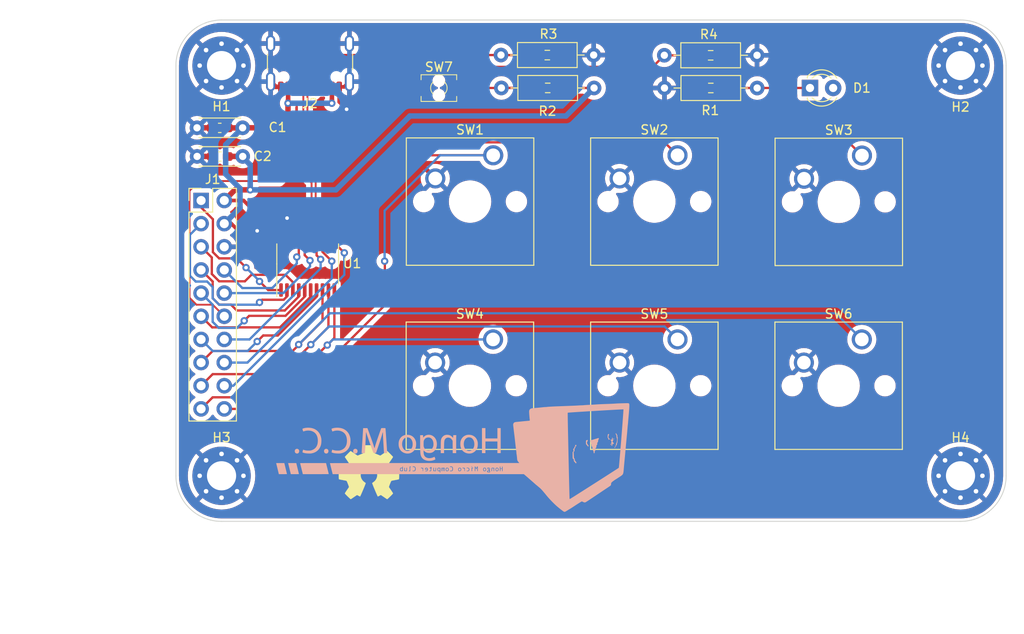
<source format=kicad_pcb>
(kicad_pcb (version 20221018) (generator pcbnew)
  (layers (0 "F.Cu" signal) (31 "B.Cu" signal) (34 "B.Paste" user) (35 "F.Paste" user) (36 "B.SilkS" user "B.Silkscreen") (37 "F.SilkS" user "F.Silkscreen") (38 "B.Mask" user) (39 "F.Mask" user) (44 "Edge.Cuts" user))
  (net 0 "")
  (net 1 "VCC")
  (net 2 "GND")
  (net 3 "/3V3")
  (net 4 "Net-(D1-K)")
  (net 5 "/P3.3")
  (net 6 "/P3.1")
  (net 7 "/P3.0")
  (net 8 "/P1.0")
  (net 9 "/P3.4")
  (net 10 "/P1.2")
  (net 11 "/P1.3")
  (net 12 "/D-")
  (net 13 "/D+")
  (net 14 "/P3.5")
  (net 15 "/P1.5")
  (net 16 "/P1.6")
  (net 17 "/P1.7")
  (net 18 "/P1.1")
  (net 19 "/P1.4")
  (net 20 "/P3.2")
  (net 21 "/reset")
  (net 22 "Net-(J2-CC1)")
  (net 24 "Net-(J2-CC2)")
  (net 26 "Net-(R2-Pad2)")
  (footprint "MountingHole:MountingHole_3.2mm_M3_Pad_Via" (layer "F.Cu") (at 44 81)
    (fp_text reference "H3" (at 0 -4.2) (layer "F.SilkS"))
    (fp_text value "MountingHole_Pad")
    (pad "1" thru_hole circle (at -2.4 0) (size 0.8 0.8) (drill 0.5) (layers "*.Cu" "*.Mask") (net 2 "GND"))
    (pad "1" thru_hole circle (at -1.697056 -1.697056) (size 0.8 0.8) (drill 0.5) (layers "*.Cu" "*.Mask") (net 2 "GND"))
    (pad "1" thru_hole circle (at -1.697056 1.697056) (size 0.8 0.8) (drill 0.5) (layers "*.Cu" "*.Mask") (net 2 "GND"))
    (pad "1" thru_hole circle (at 0 -2.4) (size 0.8 0.8) (drill 0.5) (layers "*.Cu" "*.Mask") (net 2 "GND"))
    (pad "1" thru_hole circle (at 0 0) (size 6.4 6.4) (drill 3.2) (layers "*.Cu" "*.Mask") (net 2 "GND"))
    (pad "1" thru_hole circle (at 0 2.4) (size 0.8 0.8) (drill 0.5) (layers "*.Cu" "*.Mask") (net 2 "GND"))
    (pad "1" thru_hole circle (at 1.697056 -1.697056) (size 0.8 0.8) (drill 0.5) (layers "*.Cu" "*.Mask") (net 2 "GND"))
    (pad "1" thru_hole circle (at 1.697056 1.697056) (size 0.8 0.8) (drill 0.5) (layers "*.Cu" "*.Mask") (net 2 "GND"))
    (pad "1" thru_hole circle (at 2.4 0) (size 0.8 0.8) (drill 0.5) (layers "*.Cu" "*.Mask") (net 2 "GND"))
  )
  (footprint "Symbol:OSHW-Symbol_6.7x6mm_SilkScreen" (layer "F.Cu") (at 60.1472 80.6196)
    (fp_text reference "REF**" hide)
    (fp_text value "OSHW-Symbol_6.7x6mm_SilkScreen" hide)
  )
  (footprint "Library:R_SMD_0603_1608_THT_DIN0207_DualUse" (layer "F.Cu") (at 102.708876 38.4617 180)
    (fp_text reference "R1" (at 5.131976 -2.4577 unlocked) (layer "F.SilkS"))
    (fp_text value "R")
    (pad "1" thru_hole circle (at 0 0 180) (size 1.6 1.6) (drill 0.8) (layers "*.Cu" "*.Mask") (net 4 "Net-(D1-K)"))
    (pad "1" smd roundrect (at 4.166776 0.0061 180) (size 0.975 0.95) (layers "F.Cu" "F.Paste" "F.Mask") (net 4 "Net-(D1-K)"))
    (pad "2" smd roundrect (at 5.991776 0.0061 180) (size 0.975 0.95) (layers "F.Cu" "F.Paste" "F.Mask") (net 2 "GND"))
    (pad "2" thru_hole oval (at 10.16 0 180) (size 1.6 1.6) (drill 0.8) (layers "*.Cu" "*.Mask") (net 2 "GND"))
  )
  (footprint "Connector_PinHeader_2.54mm:PinHeader_2x10_P2.54mm_Vertical" (layer "F.Cu") (at 41.7576 50.8)
    (fp_text reference "J1" (at 1.27 -2.33) (layer "F.SilkS"))
    (fp_text value "Conn_02x10_Odd_Even")
    (pad "1" thru_hole rect (at 0 0) (size 1.7 1.7) (drill 1) (layers "*.Cu" "*.Mask") (net 20 "/P3.2"))
    (pad "2" thru_hole oval (at 2.54 0) (size 1.7 1.7) (drill 1) (layers "*.Cu" "*.Mask") (net 3 "/3V3"))
    (pad "3" thru_hole oval (at 0 2.54) (size 1.7 1.7) (drill 1) (layers "*.Cu" "*.Mask") (net 19 "/P1.4"))
    (pad "4" thru_hole oval (at 2.54 2.54) (size 1.7 1.7) (drill 1) (layers "*.Cu" "*.Mask") (net 1 "VCC"))
    (pad "5" thru_hole oval (at 0 5.08) (size 1.7 1.7) (drill 1) (layers "*.Cu" "*.Mask") (net 15 "/P1.5"))
    (pad "6" thru_hole oval (at 2.54 5.08) (size 1.7 1.7) (drill 1) (layers "*.Cu" "*.Mask") (net 2 "GND"))
    (pad "7" thru_hole oval (at 0 7.62) (size 1.7 1.7) (drill 1) (layers "*.Cu" "*.Mask") (net 16 "/P1.6"))
    (pad "8" thru_hole oval (at 2.54 7.62) (size 1.7 1.7) (drill 1) (layers "*.Cu" "*.Mask") (net 10 "/P1.2"))
    (pad "9" thru_hole oval (at 0 10.16) (size 1.7 1.7) (drill 1) (layers "*.Cu" "*.Mask") (net 17 "/P1.7"))
    (pad "10" thru_hole oval (at 2.54 10.16) (size 1.7 1.7) (drill 1) (layers "*.Cu" "*.Mask") (net 11 "/P1.3"))
    (pad "11" thru_hole oval (at 0 12.7) (size 1.7 1.7) (drill 1) (layers "*.Cu" "*.Mask") (net 21 "/reset"))
    (pad "12" thru_hole oval (at 2.54 12.7) (size 1.7 1.7) (drill 1) (layers "*.Cu" "*.Mask") (net 12 "/D-"))
    (pad "13" thru_hole oval (at 0 15.24) (size 1.7 1.7) (drill 1) (layers "*.Cu" "*.Mask") (net 8 "/P1.0"))
    (pad "14" thru_hole oval (at 2.54 15.24) (size 1.7 1.7) (drill 1) (layers "*.Cu" "*.Mask") (net 13 "/D+"))
    (pad "15" thru_hole oval (at 0 17.78) (size 1.7 1.7) (drill 1) (layers "*.Cu" "*.Mask") (net 18 "/P1.1"))
    (pad "16" thru_hole oval (at 2.54 17.78) (size 1.7 1.7) (drill 1) (layers "*.Cu" "*.Mask") (net 14 "/P3.5"))
    (pad "17" thru_hole oval (at 0 20.32) (size 1.7 1.7) (drill 1) (layers "*.Cu" "*.Mask") (net 6 "/P3.1"))
    (pad "18" thru_hole oval (at 2.54 20.32) (size 1.7 1.7) (drill 1) (layers "*.Cu" "*.Mask") (net 9 "/P3.4"))
    (pad "19" thru_hole oval (at 0 22.86) (size 1.7 1.7) (drill 1) (layers "*.Cu" "*.Mask") (net 7 "/P3.0"))
    (pad "20" thru_hole oval (at 2.54 22.86) (size 1.7 1.7) (drill 1) (layers "*.Cu" "*.Mask") (net 5 "/P3.3"))
  )
  (footprint "MountingHole:MountingHole_3.2mm_M3_Pad_Via" (layer "F.Cu") (at 44 36)
    (fp_text reference "H1" (at -0.0072 4.4876) (layer "F.SilkS"))
    (fp_text value "MountingHole_Pad")
    (pad "1" thru_hole circle (at -2.4 0) (size 0.8 0.8) (drill 0.5) (layers "*.Cu" "*.Mask") (net 2 "GND"))
    (pad "1" thru_hole circle (at -1.697056 -1.697056) (size 0.8 0.8) (drill 0.5) (layers "*.Cu" "*.Mask") (net 2 "GND"))
    (pad "1" thru_hole circle (at -1.697056 1.697056) (size 0.8 0.8) (drill 0.5) (layers "*.Cu" "*.Mask") (net 2 "GND"))
    (pad "1" thru_hole circle (at 0 -2.4) (size 0.8 0.8) (drill 0.5) (layers "*.Cu" "*.Mask") (net 2 "GND"))
    (pad "1" thru_hole circle (at 0 0) (size 6.4 6.4) (drill 3.2) (layers "*.Cu" "*.Mask") (net 2 "GND"))
    (pad "1" thru_hole circle (at 0 2.4) (size 0.8 0.8) (drill 0.5) (layers "*.Cu" "*.Mask") (net 2 "GND"))
    (pad "1" thru_hole circle (at 1.697056 -1.697056) (size 0.8 0.8) (drill 0.5) (layers "*.Cu" "*.Mask") (net 2 "GND"))
    (pad "1" thru_hole circle (at 1.697056 1.697056) (size 0.8 0.8) (drill 0.5) (layers "*.Cu" "*.Mask") (net 2 "GND"))
    (pad "1" thru_hole circle (at 2.4 0) (size 0.8 0.8) (drill 0.5) (layers "*.Cu" "*.Mask") (net 2 "GND"))
  )
  (footprint "Button_Switch_Keyboard:SW_Cherry_MX_1.00u_PCB" (layer "F.Cu") (at 114.18 66.04)
    (fp_text reference "SW6" (at -2.54 -2.794) (layer "F.SilkS"))
    (fp_text value "SW_Push")
    (pad "" np_thru_hole circle (at -7.62 5.08) (size 1.7 1.7) (drill 1.7) (layers "*.Cu" "*.Mask"))
    (pad "" np_thru_hole circle (at -2.54 5.08) (size 4 4) (drill 4) (layers "*.Cu" "*.Mask"))
    (pad "" np_thru_hole circle (at 2.54 5.08) (size 1.7 1.7) (drill 1.7) (layers "*.Cu" "*.Mask"))
    (pad "1" thru_hole circle (at 0 0) (size 2.2 2.2) (drill 1.5) (layers "*.Cu" "*.Mask") (net 18 "/P1.1"))
    (pad "2" thru_hole circle (at -6.35 2.54) (size 2.2 2.2) (drill 1.5) (layers "*.Cu" "*.Mask") (net 2 "GND"))
  )
  (footprint "Package_SO:TSSOP-20_4.4x6.5mm_P0.65mm" (layer "F.Cu") (at 53.4416 57.7596 90)
    (fp_text reference "U1" (at 0.0508 4.8768 180) (layer "F.SilkS"))
    (fp_text value "CH552T")
    (pad "1" smd roundrect (at -2.8625 -2.925 90) (size 1.475 0.4) (layers "F.Cu" "F.Paste" "F.Mask") (net 20 "/P3.2"))
    (pad "2" smd roundrect (at -2.8625 -2.275 90) (size 1.475 0.4) (layers "F.Cu" "F.Paste" "F.Mask") (net 19 "/P1.4"))
    (pad "3" smd roundrect (at -2.8625 -1.625 90) (size 1.475 0.4) (layers "F.Cu" "F.Paste" "F.Mask") (net 15 "/P1.5"))
    (pad "4" smd roundrect (at -2.8625 -0.975 90) (size 1.475 0.4) (layers "F.Cu" "F.Paste" "F.Mask") (net 16 "/P1.6"))
    (pad "5" smd roundrect (at -2.8625 -0.325 90) (size 1.475 0.4) (layers "F.Cu" "F.Paste" "F.Mask") (net 17 "/P1.7"))
    (pad "6" smd roundrect (at -2.8625 0.325 90) (size 1.475 0.4) (layers "F.Cu" "F.Paste" "F.Mask") (net 21 "/reset"))
    (pad "7" smd roundrect (at -2.8625 0.975 90) (size 1.475 0.4) (layers "F.Cu" "F.Paste" "F.Mask") (net 8 "/P1.0"))
    (pad "8" smd roundrect (at -2.8625 1.625 90) (size 1.475 0.4) (layers "F.Cu" "F.Paste" "F.Mask") (net 18 "/P1.1"))
    (pad "9" smd roundrect (at -2.8625 2.275 90) (size 1.475 0.4) (layers "F.Cu" "F.Paste" "F.Mask") (net 6 "/P3.1"))
    (pad "10" smd roundrect (at -2.8625 2.925 90) (size 1.475 0.4) (layers "F.Cu" "F.Paste" "F.Mask") (net 7 "/P3.0"))
    (pad "11" smd roundrect (at 2.8625 2.925 90) (size 1.475 0.4) (layers "F.Cu" "F.Paste" "F.Mask") (net 5 "/P3.3"))
    (pad "12" smd roundrect (at 2.8625 2.275 90) (size 1.475 0.4) (layers "F.Cu" "F.Paste" "F.Mask") (net 9 "/P3.4"))
    (pad "13" smd roundrect (at 2.8625 1.625 90) (size 1.475 0.4) (layers "F.Cu" "F.Paste" "F.Mask") (net 14 "/P3.5"))
    (pad "14" smd roundrect (at 2.8625 0.975 90) (size 1.475 0.4) (layers "F.Cu" "F.Paste" "F.Mask") (net 13 "/D+"))
    (pad "15" smd roundrect (at 2.8625 0.325 90) (size 1.475 0.4) (layers "F.Cu" "F.Paste" "F.Mask") (net 12 "/D-"))
    (pad "16" smd roundrect (at 2.8625 -0.325 90) (size 1.475 0.4) (layers "F.Cu" "F.Paste" "F.Mask") (net 11 "/P1.3"))
    (pad "17" smd roundrect (at 2.8625 -0.975 90) (size 1.475 0.4) (layers "F.Cu" "F.Paste" "F.Mask") (net 10 "/P1.2"))
    (pad "18" smd roundrect (at 2.8625 -1.625 90) (size 1.475 0.4) (layers "F.Cu" "F.Paste" "F.Mask") (net 2 "GND"))
    (pad "19" smd roundrect (at 2.8625 -2.275 90) (size 1.475 0.4) (layers "F.Cu" "F.Paste" "F.Mask") (net 1 "VCC"))
    (pad "20" smd roundrect (at 2.8625 -2.925 90) (size 1.475 0.4) (layers "F.Cu" "F.Paste" "F.Mask") (net 3 "/3V3"))
  )
  (footprint "Library:R_SMD_0603_1608_THT_DIN0207_DualUse" (layer "F.Cu") (at 74.627824 34.8427)
    (fp_text reference "R3" (at 5.208176 -2.3053 unlocked) (layer "F.SilkS"))
    (fp_text value "R")
    (pad "1" thru_hole circle (at 0 0) (size 1.6 1.6) (drill 0.8) (layers "*.Cu" "*.Mask") (net 24 "Net-(J2-CC2)"))
    (pad "1" smd roundrect (at 4.166776 0.0061) (size 0.975 0.95) (layers "F.Cu" "F.Paste" "F.Mask") (net 24 "Net-(J2-CC2)"))
    (pad "2" smd roundrect (at 5.991776 0.0061) (size 0.975 0.95) (layers "F.Cu" "F.Paste" "F.Mask") (net 2 "GND"))
    (pad "2" thru_hole oval (at 10.16 0) (size 1.6 1.6) (drill 0.8) (layers "*.Cu" "*.Mask") (net 2 "GND"))
  )
  (footprint "Library:R_SMD_0603_1608_THT_DIN0207_DualUse" (layer "F.Cu") (at 84.831076 38.4556 180)
    (fp_text reference "R2" (at 5.100476 -2.54 unlocked) (layer "F.SilkS"))
    (fp_text value "R")
    (pad "1" thru_hole circle (at 0 0 180) (size 1.6 1.6) (drill 0.8) (layers "*.Cu" "*.Mask") (net 3 "/3V3"))
    (pad "1" smd roundrect (at 4.166776 0.0061 180) (size 0.975 0.95) (layers "F.Cu" "F.Paste" "F.Mask") (net 3 "/3V3"))
    (pad "2" smd roundrect (at 5.991776 0.0061 180) (size 0.975 0.95) (layers "F.Cu" "F.Paste" "F.Mask") (net 26 "Net-(R2-Pad2)"))
    (pad "2" thru_hole oval (at 10.16 0 180) (size 1.6 1.6) (drill 0.8) (layers "*.Cu" "*.Mask") (net 26 "Net-(R2-Pad2)"))
  )
  (footprint "Button_Switch_Keyboard:SW_Cherry_MX_1.00u_PCB" (layer "F.Cu") (at 73.7616 66.04)
    (fp_text reference "SW4" (at -2.54 -2.794) (layer "F.SilkS"))
    (fp_text value "SW_Push")
    (pad "" np_thru_hole circle (at -7.62 5.08) (size 1.7 1.7) (drill 1.7) (layers "*.Cu" "*.Mask"))
    (pad "" np_thru_hole circle (at -2.54 5.08) (size 4 4) (drill 4) (layers "*.Cu" "*.Mask"))
    (pad "" np_thru_hole circle (at 2.54 5.08) (size 1.7 1.7) (drill 1.7) (layers "*.Cu" "*.Mask"))
    (pad "1" thru_hole circle (at 0 0) (size 2.2 2.2) (drill 1.5) (layers "*.Cu" "*.Mask") (net 7 "/P3.0"))
    (pad "2" thru_hole circle (at -6.35 2.54) (size 2.2 2.2) (drill 1.5) (layers "*.Cu" "*.Mask") (net 2 "GND"))
  )
  (footprint "Button_Switch_Keyboard:SW_Cherry_MX_1.00u_PCB" (layer "F.Cu") (at 93.98 45.84)
    (fp_text reference "SW2" (at -2.54 -2.794) (layer "F.SilkS"))
    (fp_text value "SW_Push")
    (pad "" np_thru_hole circle (at -7.62 5.08) (size 1.7 1.7) (drill 1.7) (layers "*.Cu" "*.Mask"))
    (pad "" np_thru_hole circle (at -2.54 5.08) (size 4 4) (drill 4) (layers "*.Cu" "*.Mask"))
    (pad "" np_thru_hole circle (at 2.54 5.08) (size 1.7 1.7) (drill 1.7) (layers "*.Cu" "*.Mask"))
    (pad "1" thru_hole circle (at 0 0) (size 2.2 2.2) (drill 1.5) (layers "*.Cu" "*.Mask") (net 9 "/P3.4"))
    (pad "2" thru_hole circle (at -6.35 2.54) (size 2.2 2.2) (drill 1.5) (layers "*.Cu" "*.Mask") (net 2 "GND"))
  )
  (footprint "Connector_USB:USB_C_Receptacle_GCT_USB4105-xx-A_16P_TopMnt_Horizontal" (layer "F.Cu") (at 53.6976 34.6538 180)
    (fp_text reference "J2" (at 0 -5.5 unlocked) (layer "F.SilkS"))
    (fp_text value "USB_C_Receptacle_USB2.0")
    (pad "" np_thru_hole circle (at -2.89 -2.605 180) (size 0.65 0.65) (drill 0.65) (layers "F&B.Cu" "*.Mask"))
    (pad "" np_thru_hole circle (at 2.89 -2.605 180) (size 0.65 0.65) (drill 0.65) (layers "F&B.Cu" "*.Mask"))
    (pad "A1" smd roundrect (at -3.2 -3.68 180) (size 0.6 1.15) (layers "F.Cu" "F.Paste" "F.Mask") (net 2 "GND"))
    (pad "A4" smd roundrect (at -2.4 -3.68 180) (size 0.6 1.15) (layers "F.Cu" "F.Paste" "F.Mask") (net 1 "VCC"))
    (pad "A5" smd roundrect (at -1.25 -3.68 180) (size 0.3 1.15) (layers "F.Cu" "F.Paste" "F.Mask") (net 22 "Net-(J2-CC1)"))
    (pad "A6" smd roundrect (at -0.25 -3.68 180) (size 0.3 1.15) (layers "F.Cu" "F.Paste" "F.Mask") (net 12 "/D-"))
    (pad "A7" smd roundrect (at 0.25 -3.68 180) (size 0.3 1.15) (layers "F.Cu" "F.Paste" "F.Mask") (net 13 "/D+"))
    (pad "A8" smd roundrect (at 1.25 -3.68 180) (size 0.3 1.15) (layers "F.Cu" "F.Paste" "F.Mask"))
    (pad "A9" smd roundrect (at 2.4 -3.68 180) (size 0.6 1.15) (layers "F.Cu" "F.Paste" "F.Mask") (net 1 "VCC"))
    (pad "A12" smd roundrect (at 3.2 -3.68 180) (size 0.6 1.15) (layers "F.Cu" "F.Paste" "F.Mask") (net 2 "GND"))
    (pad "B5" smd roundrect (at 1.75 -3.68 180) (size 0.3 1.15) (layers "F.Cu" "F.Paste" "F.Mask") (net 24 "Net-(J2-CC2)"))
    (pad "B6" smd roundrect (at 0.75 -3.68 180) (size 0.3 1.15) (layers "F.Cu" "F.Paste" "F.Mask") (net 12 "/D-"))
    (pad "B7" smd roundrect (at -0.75 -3.68 180) (size 0.3 1.15) (layers "F.Cu" "F.Paste" "F.Mask") (net 13 "/D+"))
    (pad "B8" smd roundrect (at -1.75 -3.68 180) (size 0.3 1.15) (layers "F.Cu" "F.Paste" "F.Mask"))
    (pad "S1" thru_hole oval (at -4.32 -3.105 180) (size 1 2.1) (drill oval 0.6 1.7) (layers "*.Cu" "*.Mask" "F.Paste") (net 2 "GND"))
    (pad "S1" thru_hole oval (at -4.32 1.075 180) (size 1 1.8) (drill oval 0.6 1.4) (layers "*.Cu" "*.Mask" "F.Paste") (net 2 "GND"))
    (pad "S1" thru_hole oval (at 4.32 -3.105 180) (size 1 2.1) (drill oval 0.6 1.7) (layers "*.Cu" "*.Mask" "F.Paste") (net 2 "GND"))
    (pad "S1" thru_hole oval (at 4.32 1.075 180) (size 1 1.8) (drill oval 0.6 1.4) (layers "*.Cu" "*.Mask" "F.Paste") (net 2 "GND"))
  )
  (footprint "Library:C_SMD_0603_1608_Disc_DualUse" (layer "F.Cu") (at 43.809053 42.8244 180)
    (fp_text reference "C1" (at -6.330547 0.0508 unlocked) (layer "F.SilkS"))
    (fp_text value "C")
    (pad "1" thru_hole circle (at -2.5 0 180) (size 1.6 1.6) (drill 0.8) (layers "*.Cu" "*.Mask") (net 1 "VCC"))
    (pad "1" smd roundrect (at -0.857653 -0.01 180) (size 1.075 0.95) (layers "F.Cu" "F.Paste" "F.Mask") (net 1 "VCC"))
    (pad "2" smd roundrect (at 0.867347 -0.01 180) (size 1.075 0.95) (layers "F.Cu" "F.Paste" "F.Mask") (net 2 "GND"))
    (pad "2" thru_hole circle (at 2.5 0 180) (size 1.6 1.6) (drill 0.8) (layers "*.Cu" "*.Mask") (net 2 "GND"))
  )
  (footprint "Library:R_SMD_0603_1608_THT_DIN0207_DualUse" (layer "F.Cu") (at 92.534824 34.8681)
    (fp_text reference "R4" (at 4.874176 -2.286 unlocked) (layer "F.SilkS"))
    (fp_text value "R")
    (pad "1" thru_hole circle (at 0 0) (size 1.6 1.6) (drill 0.8) (layers "*.Cu" "*.Mask") (net 22 "Net-(J2-CC1)"))
    (pad "1" smd roundrect (at 4.166776 0.0061) (size 0.975 0.95) (layers "F.Cu" "F.Paste" "F.Mask") (net 22 "Net-(J2-CC1)"))
    (pad "2" smd roundrect (at 5.991776 0.0061) (size 0.975 0.95) (layers "F.Cu" "F.Paste" "F.Mask") (net 2 "GND"))
    (pad "2" thru_hole oval (at 10.16 0) (size 1.6 1.6) (drill 0.8) (layers "*.Cu" "*.Mask") (net 2 "GND"))
  )
  (footprint "MountingHole:MountingHole_3.2mm_M3_Pad_Via" (layer "F.Cu") (at 125 36)
    (fp_text reference "H2" (at 0 4.5384) (layer "F.SilkS"))
    (fp_text value "MountingHole_Pad")
    (pad "1" thru_hole circle (at -2.4 0) (size 0.8 0.8) (drill 0.5) (layers "*.Cu" "*.Mask") (net 2 "GND"))
    (pad "1" thru_hole circle (at -1.697056 -1.697056) (size 0.8 0.8) (drill 0.5) (layers "*.Cu" "*.Mask") (net 2 "GND"))
    (pad "1" thru_hole circle (at -1.697056 1.697056) (size 0.8 0.8) (drill 0.5) (layers "*.Cu" "*.Mask") (net 2 "GND"))
    (pad "1" thru_hole circle (at 0 -2.4) (size 0.8 0.8) (drill 0.5) (layers "*.Cu" "*.Mask") (net 2 "GND"))
    (pad "1" thru_hole circle (at 0 0) (size 6.4 6.4) (drill 3.2) (layers "*.Cu" "*.Mask") (net 2 "GND"))
    (pad "1" thru_hole circle (at 0 2.4) (size 0.8 0.8) (drill 0.5) (layers "*.Cu" "*.Mask") (net 2 "GND"))
    (pad "1" thru_hole circle (at 1.697056 -1.697056) (size 0.8 0.8) (drill 0.5) (layers "*.Cu" "*.Mask") (net 2 "GND"))
    (pad "1" thru_hole circle (at 1.697056 1.697056) (size 0.8 0.8) (drill 0.5) (layers "*.Cu" "*.Mask") (net 2 "GND"))
    (pad "1" thru_hole circle (at 2.4 0) (size 0.8 0.8) (drill 0.5) (layers "*.Cu" "*.Mask") (net 2 "GND"))
  )
  (footprint "Button_Switch_Keyboard:SW_Cherry_MX_1.00u_PCB" (layer "F.Cu") (at 114.1984 45.8724)
    (fp_text reference "SW3" (at -2.54 -2.794) (layer "F.SilkS"))
    (fp_text value "SW_Push")
    (pad "" np_thru_hole circle (at -7.62 5.08) (size 1.7 1.7) (drill 1.7) (layers "*.Cu" "*.Mask"))
    (pad "" np_thru_hole circle (at -2.54 5.08) (size 4 4) (drill 4) (layers "*.Cu" "*.Mask"))
    (pad "" np_thru_hole circle (at 2.54 5.08) (size 1.7 1.7) (drill 1.7) (layers "*.Cu" "*.Mask"))
    (pad "1" thru_hole circle (at 0 0) (size 2.2 2.2) (drill 1.5) (layers "*.Cu" "*.Mask") (net 14 "/P3.5"))
    (pad "2" thru_hole circle (at -6.35 2.54) (size 2.2 2.2) (drill 1.5) (layers "*.Cu" "*.Mask") (net 2 "GND"))
  )
  (footprint "Button_Switch_Keyboard:SW_Cherry_MX_1.00u_PCB" (layer "F.Cu") (at 93.98 66.04)
    (fp_text reference "SW5" (at -2.54 -2.794) (layer "F.SilkS"))
    (fp_text value "SW_Push")
    (pad "" np_thru_hole circle (at -7.62 5.08) (size 1.7 1.7) (drill 1.7) (layers "*.Cu" "*.Mask"))
    (pad "" np_thru_hole circle (at -2.54 5.08) (size 4 4) (drill 4) (layers "*.Cu" "*.Mask"))
    (pad "" np_thru_hole circle (at 2.54 5.08) (size 1.7 1.7) (drill 1.7) (layers "*.Cu" "*.Mask"))
    (pad "1" thru_hole circle (at 0 0) (size 2.2 2.2) (drill 1.5) (layers "*.Cu" "*.Mask") (net 6 "/P3.1"))
    (pad "2" thru_hole circle (at -6.35 2.54) (size 2.2 2.2) (drill 1.5) (layers "*.Cu" "*.Mask") (net 2 "GND"))
  )
  (footprint "MountingHole:MountingHole_3.2mm_M3_Pad_Via" (layer "F.Cu") (at 125 81)
    (fp_text reference "H4" (at 0 -4.2) (layer "F.SilkS"))
    (fp_text value "MountingHole_Pad")
    (pad "1" thru_hole circle (at -2.4 0) (size 0.8 0.8) (drill 0.5) (layers "*.Cu" "*.Mask") (net 2 "GND"))
    (pad "1" thru_hole circle (at -1.697056 -1.697056) (size 0.8 0.8) (drill 0.5) (layers "*.Cu" "*.Mask") (net 2 "GND"))
    (pad "1" thru_hole circle (at -1.697056 1.697056) (size 0.8 0.8) (drill 0.5) (layers "*.Cu" "*.Mask") (net 2 "GND"))
    (pad "1" thru_hole circle (at 0 -2.4) (size 0.8 0.8) (drill 0.5) (layers "*.Cu" "*.Mask") (net 2 "GND"))
    (pad "1" thru_hole circle (at 0 0) (size 6.4 6.4) (drill 3.2) (layers "*.Cu" "*.Mask") (net 2 "GND"))
    (pad "1" thru_hole circle (at 0 2.4) (size 0.8 0.8) (drill 0.5) (layers "*.Cu" "*.Mask") (net 2 "GND"))
    (pad "1" thru_hole circle (at 1.697056 -1.697056) (size 0.8 0.8) (drill 0.5) (layers "*.Cu" "*.Mask") (net 2 "GND"))
    (pad "1" thru_hole circle (at 1.697056 1.697056) (size 0.8 0.8) (drill 0.5) (layers "*.Cu" "*.Mask") (net 2 "GND"))
    (pad "1" thru_hole circle (at 2.4 0) (size 0.8 0.8) (drill 0.5) (layers "*.Cu" "*.Mask") (net 2 "GND"))
  )
  (footprint "Library:C_SMD_0603_1608_Disc_DualUse" (layer "F.Cu") (at 43.820947 45.964 180)
    (fp_text reference "C2" (at -4.693053 0.0154 unlocked) (layer "F.SilkS"))
    (fp_text value "C")
    (pad "1" thru_hole circle (at -2.5 0 180) (size 1.6 1.6) (drill 0.8) (layers "*.Cu" "*.Mask") (net 3 "/3V3"))
    (pad "1" smd roundrect (at -0.857653 -0.01 180) (size 1.075 0.95) (layers "F.Cu" "F.Paste" "F.Mask") (net 3 "/3V3"))
    (pad "2" smd roundrect (at 0.867347 -0.01 180) (size 1.075 0.95) (layers "F.Cu" "F.Paste" "F.Mask") (net 2 "GND"))
    (pad "2" thru_hole circle (at 2.5 0 180) (size 1.6 1.6) (drill 0.8) (layers "*.Cu" "*.Mask") (net 2 "GND"))
  )
  (footprint "Button_Switch_Keyboard:SW_Cherry_MX_1.00u_PCB" (layer "F.Cu") (at 73.78 45.84)
    (fp_text reference "SW1" (at -2.54 -2.794) (layer "F.SilkS"))
    (fp_text value "SW_Push")
    (pad "" np_thru_hole circle (at -7.62 5.08) (size 1.7 1.7) (drill 1.7) (layers "*.Cu" "*.Mask"))
    (pad "" np_thru_hole circle (at -2.54 5.08) (size 4 4) (drill 4) (layers "*.Cu" "*.Mask"))
    (pad "" np_thru_hole circle (at 2.54 5.08) (size 1.7 1.7) (drill 1.7) (layers "*.Cu" "*.Mask"))
    (pad "1" thru_hole circle (at 0 0) (size 2.2 2.2) (drill 1.5) (layers "*.Cu" "*.Mask") (net 5 "/P3.3"))
    (pad "2" thru_hole circle (at -6.35 2.54) (size 2.2 2.2) (drill 1.5) (layers "*.Cu" "*.Mask") (net 2 "GND"))
  )
  (footprint "Library:SW_SPST_TVAF06_A020B_R" (layer "F.Cu") (at 67.822876 38.4556)
    (fp_text reference "SW7" (at 0 -2.3 unlocked) (layer "F.SilkS"))
    (fp_text value "SW_Push")
    (pad "" np_thru_hole circle (at 0 -0.8 90) (size 0.75 0.75) (drill 0.75) (layers "F&B.Cu" "*.Mask"))
    (pad "" np_thru_hole circle (at 0 0.8 90) (size 0.75 0.75) (drill 0.75) (layers "F&B.Cu" "*.Mask"))
    (pad "1" smd rect (at -2.2 0 90) (size 1.6 1.05) (layers "F.Cu" "F.Paste" "F.Mask") (net 13 "/D+"))
    (pad "2" smd rect (at 2.2 0 270) (size 1.6 1.05) (layers "F.Cu" "F.Paste" "F.Mask") (net 26 "Net-(R2-Pad2)"))
  )
  (footprint "LED_THT:LED_D3.0mm" (layer "F.Cu") (at 108.498876 38.4556)
    (fp_text reference "D1" (at 5.6896 0) (layer "F.SilkS"))
    (fp_text value "LED")
    (pad "1" thru_hole rect (at 0 0) (size 1.8 1.8) (drill 0.9) (layers "*.Cu" "*.Mask") (net 4 "Net-(D1-K)"))
    (pad "2" thru_hole circle (at 2.54 0) (size 1.8 1.8) (drill 0.9) (layers "*.Cu" "*.Mask"))
  )
  (footprint "Library:mcc_logo_full" (layer "B.Cu") (at 69.053902 79.223779 180)
    (fp_text reference "G***" hide)
    (fp_text value "LOGO" hide)
  )
  (gr_arc (start 125 31) (mid 128.535534 32.464466) (end 130 36) (stroke (width 0.1)) (layer "Edge.Cuts"))
  (gr_line (start 130 81) (end 130 36) (stroke (width 0.1)) (layer "Edge.Cuts"))
  (gr_line (start 125 31) (end 44 31) (stroke (width 0.1)) (layer "Edge.Cuts"))
  (gr_arc (start 130 81) (mid 128.535534 84.535534) (end 125 86) (stroke (width 0.1)) (layer "Edge.Cuts"))
  (gr_arc (start 39 36) (mid 40.464466 32.464466) (end 44 31) (stroke (width 0.1)) (layer "Edge.Cuts"))
  (gr_line (start 44 86) (end 125 86) (stroke (width 0.1)) (layer "Edge.Cuts"))
  (gr_arc (start 44 86) (mid 40.464466 84.535534) (end 39 81) (stroke (width 0.1)) (layer "Edge.Cuts"))
  (gr_line (start 39 36) (end 39 81) (stroke (width 0.1)) (layer "Edge.Cuts"))
  (segment (start 51.1666 55.691708) (end 50.823708 56.0346) (width 0.4) (layer "F.Cu") (net 1))
  (segment (start 46.299053 42.8344) (end 46.309053 42.8244) (width 0.6) (layer "F.Cu") (net 1))
  (segment (start 51.1666 54.8971) (end 51.1666 55.691708) (width 0.4) (layer "F.Cu") (net 1))
  (segment (start 47.766762 56.0346) (end 45.072162 53.34) (width 0.4) (layer "F.Cu") (net 1))
  (segment (start 44.666706 42.8344) (end 46.299053 42.8344) (width 0.6) (layer "F.Cu") (net 1))
  (segment (start 46.309053 42.8244) (end 49.9364 42.8244) (width 0.6) (layer "F.Cu") (net 1))
  (segment (start 56.0976 38.3338) (end 56.0976 39.762) (width 0.5) (layer "F.Cu") (net 1))
  (segment (start 50.823708 56.0346) (end 47.766762 56.0346) (width 0.4) (layer "F.Cu") (net 1))
  (segment (start 51.2976 39.7614) (end 51.2826 39.7764) (width 0.5) (layer "F.Cu") (net 1))
  (segment (start 49.9364 42.8244) (end 51.2826 41.4782) (width 0.6) (layer "F.Cu") (net 1))
  (segment (start 51.2976 38.3338) (end 51.2976 39.7614) (width 0.5) (layer "F.Cu") (net 1))
  (segment (start 45.072162 53.34) (end 44.2976 53.34) (width 0.4) (layer "F.Cu") (net 1))
  (segment (start 56.0976 39.762) (end 56.0832 39.7764) (width 0.5) (layer "F.Cu") (net 1))
  (segment (start 51.2826 41.4782) (end 51.2826 40.132) (width 0.6) (layer "F.Cu") (net 1))
  (via (at 56.0832 40.132) (size 0.8) (drill 0.4) (layers "F.Cu" "B.Cu") (net 1))
  (via (at 51.2826 40.132) (size 0.8) (drill 0.4) (layers "F.Cu" "B.Cu") (net 1))
  (segment (start 44.2976 53.34) (end 46.0248 51.6128) (width 0.6) (layer "B.Cu") (net 1))
  (segment (start 44.45 44.683453) (end 46.309053 42.8244) (width 0.6) (layer "B.Cu") (net 1))
  (segment (start 51.2826 40.132) (end 56.0832 40.132) (width 0.6) (layer "B.Cu") (net 1))
  (segment (start 46.0248 51.6128) (end 46.0248 49.4792) (width 0.6) (layer "B.Cu") (net 1))
  (segment (start 46.0248 49.4792) (end 44.45 47.9044) (width 0.6) (layer "B.Cu") (net 1))
  (segment (start 44.45 47.9044) (end 44.45 44.683453) (width 0.6) (layer "B.Cu") (net 1))
  (segment (start 50.4976 38.3338) (end 49.9526 38.3338) (width 0.5) (layer "F.Cu") (net 2))
  (segment (start 50.429836 57.277) (end 51.8166 55.890236) (width 0.4) (layer "F.Cu") (net 2))
  (segment (start 42.9436 45.964) (end 42.9536 45.974) (width 0.6) (layer "F.Cu") (net 2))
  (segment (start 56.8976 38.3338) (end 57.4426 38.3338) (width 0.4) (layer "F.Cu") (net 2))
  (segment (start 49.9526 38.3338) (end 49.3776 37.7588) (width 0.5) (layer "F.Cu") (net 2))
  (segment (start 42.921947 42.8244) (end 42.931947 42.8144) (width 0.6) (layer "F.Cu") (net 2))
  (segment (start 41.2896 42.8244) (end 42.921947 42.8244) (width 0.6) (layer "F.Cu") (net 2))
  (segment (start 41.320947 45.964) (end 42.9436 45.964) (width 0.6) (layer "F.Cu") (net 2))
  (segment (start 51.8166 55.890236) (end 51.8166 54.8971) (width 0.4) (layer "F.Cu") (net 2))
  (segment (start 51.181 52.7304) (end 51.4604 52.7304) (width 0.4) (layer "F.Cu") (net 2))
  (segment (start 56.8976 39.9812) (end 57.7088 40.7924) (width 0.4) (layer "F.Cu") (net 2))
  (segment (start 51.4604 52.7304) (end 51.8166 53.0866) (width 0.4) (layer "F.Cu") (net 2))
  (segment (start 51.8166 53.0866) (end 51.8166 54.8971) (width 0.4) (layer "F.Cu") (net 2))
  (segment (start 57.4426 38.3338) (end 58.0176 37.7588) (width 0.4) (layer "F.Cu") (net 2))
  (segment (start 56.8976 38.3338) (end 56.8976 39.9812) (width 0.4) (layer "F.Cu") (net 2))
  (via (at 47.9044 54.1274) (size 0.8) (drill 0.4) (layers "F.Cu" "B.Cu") (net 2))
  (via (at 51.181 52.7304) (size 0.8) (drill 0.4) (layers "F.Cu" "B.Cu") (net 2))
  (via (at 57.7088 40.7924) (size 0.8) (drill 0.4) (layers "F.Cu" "B.Cu") (net 2))
  (segment (start 50.5166 54.8971) (end 46.4195 50.8) (width 0.4) (layer "F.Cu") (net 3))
  (segment (start 44.6886 45.964) (end 44.6786 45.974) (width 0.6) (layer "F.Cu") (net 3))
  (segment (start 44.6532 45.974) (end 46.2855 45.974) (width 0.25) (layer "F.Cu") (net 3))
  (segment (start 47.1424 49.6316) (end 45.466 49.6316) (width 0.6) (layer "F.Cu") (net 3))
  (segment (start 46.2855 45.974) (end 46.2955 45.964) (width 0.25) (layer "F.Cu") (net 3))
  (segment (start 45.466 49.6316) (end 44.2976 50.8) (width 0.6) (layer "F.Cu") (net 3))
  (segment (start 80.6704 38.4556) (end 80.6643 38.4495) (width 0.25) (layer "F.Cu") (net 3))
  (segment (start 84.831076 38.4556) (end 80.6704 38.4556) (width 0.25) (layer "F.Cu") (net 3))
  (segment (start 46.4195 50.8) (end 44.2976 50.8) (width 0.4) (layer "F.Cu") (net 3))
  (segment (start 46.320947 45.964) (end 44.6886 45.964) (width 0.6) (layer "F.Cu") (net 3))
  (via (at 47.1424 49.6316) (size 0.8) (drill 0.4) (layers "F.Cu" "B.Cu") (net 3))
  (segment (start 46.295547 46.041547) (end 46.295547 45.964) (width 0.6) (layer "B.Cu") (net 3))
  (segment (start 56.5404 49.6316) (end 64.643 41.529) (width 0.6) (layer "B.Cu") (net 3))
  (segment (start 81.757676 41.529) (end 84.831076 38.4556) (width 0.6) (layer "B.Cu") (net 3))
  (segment (start 64.643 41.529) (end 81.757676 41.529) (width 0.6) (layer "B.Cu") (net 3))
  (segment (start 47.1424 49.6316) (end 56.5404 49.6316) (width 0.6) (layer "B.Cu") (net 3))
  (segment (start 47.1424 49.6316) (end 47.1424 46.8884) (width 0.6) (layer "B.Cu") (net 3))
  (segment (start 47.1424 46.8884) (end 46.295547 46.041547) (width 0.6) (layer "B.Cu") (net 3))
  (segment (start 108.498876 38.4556) (end 102.714976 38.4556) (width 0.25) (layer "F.Cu") (net 4))
  (segment (start 98.542076 38.4556) (end 102.702776 38.4556) (width 0.25) (layer "F.Cu") (net 4))
  (segment (start 50.5206 73.66) (end 44.2976 73.66) (width 0.25) (layer "F.Cu") (net 5))
  (segment (start 61.8998 62.2808) (end 50.5206 73.66) (width 0.25) (layer "F.Cu") (net 5))
  (segment (start 64.6862 45.84) (end 73.78 45.84) (width 0.25) (layer "F.Cu") (net 5))
  (segment (start 56.3666 54.8971) (end 56.3666 55.1474) (width 0.25) (layer "F.Cu") (net 5))
  (segment (start 56.3666 54.8971) (end 56.3666 54.1596) (width 0.25) (layer "F.Cu") (net 5))
  (segment (start 61.8744 57.4548) (end 61.8998 57.4802) (width 0.25) (layer "F.Cu") (net 5))
  (segment (start 61.8998 57.4802) (end 61.8998 62.2808) (width 0.25) (layer "F.Cu") (net 5))
  (segment (start 56.3666 54.1596) (end 64.6862 45.84) (width 0.25) (layer "F.Cu") (net 5))
  (via (at 61.8744 57.4548) (size 0.8) (drill 0.4) (layers "F.Cu" "B.Cu") (net 5))
  (segment (start 67.952 45.84) (end 61.8744 51.9176) (width 0.25) (layer "B.Cu") (net 5))
  (segment (start 61.8744 51.9176) (end 61.8744 57.4548) (width 0.25) (layer "B.Cu") (net 5))
  (segment (start 73.78 45.84) (end 67.952 45.84) (width 0.25) (layer "B.Cu") (net 5))
  (segment (start 53.7845 66.6115) (end 50.546 69.85) (width 0.25) (layer "F.Cu") (net 6))
  (segment (start 50.546 69.85) (end 43.0276 69.85) (width 0.25) (layer "F.Cu") (net 6))
  (segment (start 55.7166 64.6794) (end 55.7166 60.6221) (width 0.25) (layer "F.Cu") (net 6))
  (segment (start 43.0276 69.85) (end 41.7576 71.12) (width 0.25) (layer "F.Cu") (net 6))
  (segment (start 53.7845 66.6115) (end 55.7166 64.6794) (width 0.25) (layer "F.Cu") (net 6))
  (via (at 53.7845 66.6115) (size 0.8) (drill 0.4) (layers "F.Cu" "B.Cu") (net 6))
  (segment (start 55.776308 64.619692) (end 53.7845 66.6115) (width 0.25) (layer "B.Cu") (net 6))
  (segment (start 93.98 66.04) (end 92.559692 64.619692) (width 0.25) (layer "B.Cu") (net 6))
  (segment (start 92.559692 64.619692) (end 55.776308 64.619692) (width 0.25) (layer "B.Cu") (net 6))
  (segment (start 53.7845 66.6115) (end 53.7845 66.5607) (width 0.25) (layer "B.Cu") (net 6))
  (segment (start 55.5879 66.6623) (end 56.3666 65.8836) (width 0.25) (layer "F.Cu") (net 7))
  (segment (start 49.8348 72.39) (end 43.0276 72.39) (width 0.25) (layer "F.Cu") (net 7))
  (segment (start 55.5625 66.6623) (end 49.8348 72.39) (width 0.25) (layer "F.Cu") (net 7))
  (segment (start 56.3666 65.8836) (end 56.3666 60.6221) (width 0.25) (layer "F.Cu") (net 7))
  (segment (start 55.5879 66.6623) (end 55.5625 66.6623) (width 0.25) (layer "F.Cu") (net 7))
  (segment (start 43.0276 72.39) (end 41.7576 73.66) (width 0.25) (layer "F.Cu") (net 7))
  (via (at 55.5879 66.6623) (size 0.8) (drill 0.4) (layers "F.Cu" "B.Cu") (net 7))
  (segment (start 73.7616 66.04) (end 56.2102 66.04) (width 0.25) (layer "B.Cu") (net 7))
  (segment (start 55.5879 66.6623) (end 55.6133 66.6623) (width 0.25) (layer "B.Cu") (net 7))
  (segment (start 56.2102 66.04) (end 55.5879 66.6623) (width 0.25) (layer "B.Cu") (net 7))
  (segment (start 50.168 65.6082) (end 54.4166 61.3596) (width 0.25) (layer "F.Cu") (net 8))
  (segment (start 47.9044 66.2686) (end 48.5648 65.6082) (width 0.25) (layer "F.Cu") (net 8))
  (segment (start 54.4166 61.3596) (end 54.4166 60.6221) (width 0.25) (layer "F.Cu") (net 8))
  (segment (start 48.5648 65.6082) (end 50.168 65.6082) (width 0.25) (layer "F.Cu") (net 8))
  (via (at 47.9044 66.2686) (size 0.8) (drill 0.4) (layers "F.Cu" "B.Cu") (net 8))
  (segment (start 46.863 67.31) (end 43.0276 67.31) (width 0.25) (layer "B.Cu") (net 8))
  (segment (start 47.9044 66.2686) (end 46.863 67.31) (width 0.25) (layer "B.Cu") (net 8))
  (segment (start 43.0276 67.31) (end 41.7576 66.04) (width 0.25) (layer "B.Cu") (net 8))
  (segment (start 56.874 55.9596) (end 56.090558 55.9596) (width 0.25) (layer "F.Cu") (net 9))
  (segment (start 56.090558 55.9596) (end 55.7166 55.585642) (width 0.25) (layer "F.Cu") (net 9))
  (segment (start 92.559692 44.419692) (end 93.98 45.84) (width 0.25) (layer "F.Cu") (net 9))
  (segment (start 57.4548 56.5404) (end 56.874 55.9596) (width 0.25) (layer "F.Cu") (net 9))
  (segment (start 55.7166 54.145996) (end 55.7166 54.8971) (width 0.25) (layer "F.Cu") (net 9))
  (segment (start 55.7166 55.585642) (end 55.7166 54.8971) (width 0.25) (layer "F.Cu") (net 9))
  (segment (start 55.7166 54.8971) (end 55.7166 54.0114) (width 0.25) (layer "F.Cu") (net 9))
  (segment (start 55.7166 54.0114) (end 65.308308 44.419692) (width 0.25) (layer "F.Cu") (net 9))
  (segment (start 65.308308 44.419692) (end 92.559692 44.419692) (width 0.25) (layer "F.Cu") (net 9))
  (via (at 57.4548 56.5404) (size 0.8) (drill 0.4) (layers "F.Cu" "B.Cu") (net 9))
  (segment (start 57.4548 58.9534) (end 45.2882 71.12) (width 0.25) (layer "B.Cu") (net 9))
  (segment (start 57.4548 56.5404) (end 57.4548 58.9534) (width 0.25) (layer "B.Cu") (net 9))
  (segment (start 45.2882 71.12) (end 44.2976 71.12) (width 0.25) (layer "B.Cu") (net 9))
  (segment (start 52.2478 56.9976) (end 52.4666 56.7788) (width 0.25) (layer "F.Cu") (net 10))
  (segment (start 52.4666 56.7788) (end 52.4666 54.8971) (width 0.25) (layer "F.Cu") (net 10))
  (via (at 52.2478 56.9976) (size 0.8) (drill 0.4) (layers "F.Cu" "B.Cu") (net 10))
  (segment (start 52.2478 57.7088) (end 49.5537 60.4029) (width 0.25) (layer "B.Cu") (net 10))
  (segment (start 49.5537 60.4029) (end 46.2805 60.4029) (width 0.25) (layer "B.Cu") (net 10))
  (segment (start 52.2478 56.9976) (end 52.2478 57.7088) (width 0.25) (layer "B.Cu") (net 10))
  (segment (start 46.2805 60.4029) (end 44.2976 58.42) (width 0.25) (layer "B.Cu") (net 10))
  (segment (start 53.1166 56.7996) (end 53.1166 54.8971) (width 0.25) (layer "F.Cu") (net 11))
  (segment (start 44.45 60.8076) (end 44.2976 60.96) (width 0.25) (layer "F.Cu") (net 11))
  (segment (start 53.6956 57.3786) (end 53.1166 56.7996) (width 0.25) (layer "F.Cu") (net 11))
  (via (at 53.6956 57.3786) (size 0.8) (drill 0.4) (layers "F.Cu" "B.Cu") (net 11))
  (segment (start 53.6956 58.039) (end 50.7746 60.96) (width 0.25) (layer "B.Cu") (net 11))
  (segment (start 53.6956 57.3786) (end 53.6956 58.039) (width 0.25) (layer "B.Cu") (net 11))
  (segment (start 50.7746 60.96) (end 44.2976 60.96) (width 0.25) (layer "B.Cu") (net 11))
  (segment locked (start 53.8666 53.4549) (end 53.8666 48.8508) (width 0.2) (layer "F.Cu") (net 12))
  (segment (start 41.5544 48.6664) (end 50.3234 48.6664) (width 0.2) (layer "F.Cu") (net 12))
  (segment (start 53.6936 37.3878) (end 53.94 37.6342) (width 0.25) (layer "F.Cu") (net 12))
  (segment (start 40.4876 49.7332) (end 41.5544 48.6664) (width 0.2) (layer "F.Cu") (net 12))
  (segment (start 40.4876 61.468) (end 40.4876 49.7332) (width 0.2) (layer "F.Cu") (net 12))
  (segment (start 53.1866 37.3878) (end 53.6936 37.3878) (width 0.25) (layer "F.Cu") (net 12))
  (segment locked (start 53.7666 54.8971) (end 53.7666 53.7908) (width 0.2) (layer "F.Cu") (net 12))
  (segment locked (start 52.965 46.0248) (end 52.965 39.2325) (width 0.2) (layer "F.Cu") (net 12))
  (segment (start 43.0276 62.23) (end 41.2496 62.23) (width 0.2) (layer "F.Cu") (net 12))
  (segment locked (start 53.7666 53.7908) (end 53.8666 53.6908) (width 0.2) (layer "F.Cu") (net 12))
  (segment locked (start 52.965 47.9492) (end 52.965 46.0248) (width 0.2) (layer "F.Cu") (net 12))
  (segment (start 50.3234 48.6664) (end 52.965 46.0248) (width 0.2) (layer "F.Cu") (net 12))
  (segment locked (start 53.8666 48.8508) (end 52.965 47.9492) (width 0.2) (layer "F.Cu") (net 12))
  (segment (start 41.2496 62.23) (end 40.4876 61.468) (width 0.2) (layer "F.Cu") (net 12))
  (segment (start 53.94 37.6342) (end 53.94 38.345) (width 0.25) (layer "F.Cu") (net 12))
  (segment (start 52.94 38.345) (end 52.94 37.6344) (width 0.25) (layer "F.Cu") (net 12))
  (segment locked (start 52.94 39.2075) (end 52.94 38.345) (width 0.2) (layer "F.Cu") (net 12))
  (segment (start 52.94 37.6344) (end 53.1866 37.3878) (width 0.25) (layer "F.Cu") (net 12))
  (segment (start 44.2976 63.5) (end 43.0276 62.23) (width 0.2) (layer "F.Cu") (net 12))
  (segment locked (start 53.8666 53.6908) (end 53.8666 53.4549) (width 0.2) (layer "F.Cu") (net 12))
  (segment (start 54.4166 56.812798) (end 54.4166 54.8971) (width 0.25) (layer "F.Cu") (net 13))
  (segment (start 54.3768 53.751) (end 54.4166 53.7908) (width 0.25) (layer "F.Cu") (net 13))
  (segment locked (start 54.3768 53.751) (end 54.3166 53.6908) (width 0.2) (layer "F.Cu") (net 13))
  (segment (start 55.8978 43.3324) (end 60.746076 43.3324) (width 0.25) (layer "F.Cu") (net 13))
  (segment (start 65.613076 38.4556) (end 65.435276 38.6334) (width 0.25) (layer "F.Cu") (net 13))
  (segment (start 55.8978 43.3324) (end 53.415 45.8152) (width 0.25) (layer "F.Cu") (net 13))
  (segment (start 53.4476 38.9458) (end 53.4476 38.3338) (width 0.2) (layer "F.Cu") (net 13))
  (segment locked (start 53.415 47.7628) (end 53.415 45.8152) (width 0.2) (layer "F.Cu") (net 13))
  (segment (start 60.746076 43.3324) (end 65.622876 38.4556) (width 0.25) (layer "F.Cu") (net 13))
  (segment (start 54.4476 38.3338) (end 54.4476 38.93913) (width 0.2) (layer "F.Cu") (net 13))
  (segment (start 54.860627 57.256825) (end 54.4166 56.812798) (width 0.25) (layer "F.Cu") (net 13))
  (segment (start 54.4476 38.93913) (end 54.17793 39.2088) (width 0.2) (layer "F.Cu") (net 13))
  (segment locked (start 54.4166 54.8971) (end 54.4166 53.7908) (width 0.2) (layer "F.Cu") (net 13))
  (segment locked (start 54.3166 48.6644) (end 53.415 47.7628) (width 0.2) (layer "F.Cu") (net 13))
  (segment (start 53.7106 39.2088) (end 53.4476 38.9458) (width 0.2) (layer "F.Cu") (net 13))
  (segment locked (start 53.415 45.8152) (end 53.415 39.2325) (width 0.2) (layer "F.Cu") (net 13))
  (segment locked (start 54.3166 53.6908) (end 54.3166 48.6644) (width 0.2) (layer "F.Cu") (net 13))
  (segment locked (start 53.44 39.2075) (end 53.44 38.345) (width 0.2) (layer "F.Cu") (net 13))
  (segment (start 54.17793 39.2088) (end 53.7106 39.2088) (width 0.2) (layer "F.Cu") (net 13))
  (via (at 54.860627 57.256825) (size 0.8) (drill 0.4) (layers "F.Cu" "B.Cu") (net 13))
  (segment (start 47.0662 66.04) (end 44.2976 66.04) (width 0.25) (layer "B.Cu") (net 13))
  (segment (start 54.860627 58.245573) (end 47.0662 66.04) (width 0.25) (layer "B.Cu") (net 13))
  (segment (start 54.860627 57.256825) (end 54.860627 58.245573) (width 0.25) (layer "B.Cu") (net 13))
  (segment (start 56.0832 57.4548) (end 55.0666 56.4382) (width 0.25) (layer "F.Cu") (net 14))
  (segment (start 111.506 43.18) (end 65.786 43.18) (width 0.25) (layer "F.Cu") (net 14))
  (segment (start 114.1984 45.8724) (end 111.506 43.18) (width 0.25) (layer "F.Cu") (net 14))
  (segment (start 55.0666 54.8971) (end 55.0666 54.1596) (width 0.25) (layer "F.Cu") (net 14))
  (segment (start 55.0666 53.8994) (end 55.0666 54.8971) (width 0.25) (layer "F.Cu") (net 14))
  (segment (start 55.0666 56.4382) (end 55.0666 54.8971) (width 0.25) (layer "F.Cu") (net 14))
  (segment (start 65.786 43.18) (end 55.0666 53.8994) (width 0.25) (layer "F.Cu") (net 14))
  (via (at 56.0832 57.4548) (size 0.8) (drill 0.4) (layers "F.Cu" "B.Cu") (net 14))
  (segment (start 56.0832 57.4548) (end 56.0832 59.3344) (width 0.25) (layer "B.Cu") (net 14))
  (segment (start 56.0832 59.3344) (end 46.8376 68.58) (width 0.25) (layer "B.Cu") (net 14))
  (segment (start 46.8376 68.58) (end 44.2976 68.58) (width 0.25) (layer "B.Cu") (net 14))
  (segment (start 46.5582 59.6646) (end 43.7388 59.6646) (width 0.25) (layer "F.Cu") (net 15))
  (segment (start 42.9326 58.8584) (end 42.9326 57.055) (width 0.25) (layer "F.Cu") (net 15))
  (segment (start 51.8166 59.7535) (end 51.0165 58.9534) (width 0.25) (layer "F.Cu") (net 15))
  (segment (start 42.9326 57.055) (end 41.7576 55.88) (width 0.25) (layer "F.Cu") (net 15))
  (segment (start 47.2694 58.9534) (end 46.5582 59.6646) (width 0.25) (layer "F.Cu") (net 15))
  (segment (start 43.7388 59.6646) (end 42.9326 58.8584) (width 0.25) (layer "F.Cu") (net 15))
  (segment (start 51.0165 58.9534) (end 47.2694 58.9534) (width 0.25) (layer "F.Cu") (net 15))
  (segment (start 51.8166 60.6221) (end 51.8166 59.7535) (width 0.25) (layer "F.Cu") (net 15))
  (segment (start 45.6692 62.865) (end 50.9339 62.865) (width 0.25) (layer "F.Cu") (net 16))
  (segment (start 43.0276 61.5188) (end 43.7388 62.23) (width 0.25) (layer "F.Cu") (net 16))
  (segment (start 50.9339 62.865) (end 52.4666 61.3323) (width 0.25) (layer "F.Cu") (net 16))
  (segment (start 41.7576 58.42) (end 43.0276 59.69) (width 0.25) (layer "F.Cu") (net 16))
  (segment (start 52.4666 61.3323) (end 52.4666 60.6221) (width 0.25) (layer "F.Cu") (net 16))
  (segment (start 43.7388 62.23) (end 45.0342 62.23) (width 0.25) (layer "F.Cu") (net 16))
  (segment (start 43.0276 59.69) (end 43.0276 61.5188) (width 0.25) (layer "F.Cu") (net 16))
  (segment (start 45.0342 62.23) (end 45.6692 62.865) (width 0.25) (layer "F.Cu") (net 16))
  (segment (start 51.0094 63.4492) (end 53.1166 61.342) (width 0.25) (layer "F.Cu") (net 17))
  (segment (start 53.1166 61.342) (end 53.1166 60.6221) (width 0.25) (layer "F.Cu") (net 17))
  (segment (start 46.482 63.9931) (end 47.0259 63.4492) (width 0.25) (layer "F.Cu") (net 17))
  (segment (start 47.0259 63.4492) (end 51.0094 63.4492) (width 0.25) (layer "F.Cu") (net 17))
  (via (at 46.482 63.9931) (size 0.8) (drill 0.4) (layers "F.Cu" "B.Cu") (net 17))
  (segment (start 46.482 63.9931) (end 45.7051 64.77) (width 0.25) (layer "B.Cu") (net 17))
  (segment (start 43.688 64.77) (end 43.0276 64.1096) (width 0.25) (layer "B.Cu") (net 17))
  (segment (start 43.0276 62.23) (end 41.7576 60.96) (width 0.25) (layer "B.Cu") (net 17))
  (segment (start 43.0276 64.1096) (end 43.0276 62.23) (width 0.25) (layer "B.Cu") (net 17))
  (segment (start 45.7051 64.77) (end 43.688 64.77) (width 0.25) (layer "B.Cu") (net 17))
  (segment (start 55.0666 64.0086) (end 55.0666 60.6221) (width 0.25) (layer "F.Cu") (net 18))
  (segment (start 52.451 66.5988) (end 52.451 66.6496) (width 0.25) (layer "F.Cu") (net 18))
  (segment (start 43.0276 67.31) (end 41.7576 68.58) (width 0.25) (layer "F.Cu") (net 18))
  (segment (start 51.7906 67.31) (end 43.0276 67.31) (width 0.25) (layer "F.Cu") (net 18))
  (segment (start 52.451 66.6496) (end 51.7906 67.31) (width 0.25) (layer "F.Cu") (net 18))
  (segment (start 52.451 66.5988) (end 52.4764 66.5988) (width 0.25) (layer "F.Cu") (net 18))
  (segment (start 52.4764 66.5988) (end 55.0666 64.0086) (width 0.25) (layer "F.Cu") (net 18))
  (via (at 52.451 66.5988) (size 0.8) (drill 0.4) (layers "F.Cu" "B.Cu") (net 18))
  (segment (start 111.3098 63.1698) (end 55.88 63.1698) (width 0.25) (layer "B.Cu") (net 18))
  (segment (start 114.18 66.04) (end 111.3098 63.1698) (width 0.25) (layer "B.Cu") (net 18))
  (segment (start 52.451 66.5988) (end 52.4764 66.5988) (width 0.25) (layer "B.Cu") (net 18))
  (segment (start 55.88 63.1698) (end 52.451 66.5988) (width 0.25) (layer "B.Cu") (net 18))
  (segment (start 50.8098 61.6869) (end 51.1666 61.3301) (width 0.25) (layer "F.Cu") (net 19))
  (segment (start 51.1666 61.3301) (end 51.1666 60.6221) (width 0.25) (layer "F.Cu") (net 19))
  (segment (start 48.4475 61.6869) (end 50.8098 61.6869) (width 0.25) (layer "F.Cu") (net 19))
  (segment (start 48.1584 61.976) (end 48.4475 61.6869) (width 0.25) (layer "F.Cu") (net 19))
  (via (at 48.1584 61.976) (size 0.8) (drill 0.4) (layers "F.Cu" "B.Cu") (net 19))
  (segment (start 40.5384 59.060166) (end 40.5384 54.5592) (width 0.25) (layer "B.Cu") (net 19))
  (segment (start 40.5384 54.5592) (end 41.7576 53.34) (width 0.25) (layer "B.Cu") (net 19))
  (segment (start 43.0276 61.5188) (end 43.0276 60.2996) (width 0.25) (layer "B.Cu") (net 19))
  (segment (start 41.168234 59.69) (end 40.5384 59.060166) (width 0.25) (layer "B.Cu") (net 19))
  (segment (start 43.0276 60.2996) (end 42.418 59.69) (width 0.25) (layer "B.Cu") (net 19))
  (segment (start 48.1584 61.976) (end 47.9044 62.23) (width 0.25) (layer "B.Cu") (net 19))
  (segment (start 43.7388 62.23) (end 43.0276 61.5188) (width 0.25) (layer "B.Cu") (net 19))
  (segment (start 47.9044 62.23) (end 43.7388 62.23) (width 0.25) (layer "B.Cu") (net 19))
  (segment (start 42.418 59.69) (end 41.168234 59.69) (width 0.25) (layer "B.Cu") (net 19))
  (segment (start 43.7388 57.15) (end 43.053 56.4642) (width 0.25) (layer "F.Cu") (net 20))
  (segment (start 43.053 52.8574) (end 41.7576 51.562) (width 0.25) (layer "F.Cu") (net 20))
  (segment (start 46.6852 58.166) (end 45.6692 57.15) (width 0.25) (layer "F.Cu") (net 20))
  (segment (start 45.6692 57.15) (end 43.7388 57.15) (width 0.25) (layer "F.Cu") (net 20))
  (segment (start 48.1627 59.6779) (end 49.1069 60.6221) (width 0.25) (layer "F.Cu") (net 20))
  (segment (start 41.7576 51.562) (end 41.7576 50.8) (width 0.25) (layer "F.Cu") (net 20))
  (segment (start 49.1069 60.6221) (end 50.5166 60.6221) (width 0.25) (layer "F.Cu") (net 20))
  (segment (start 43.053 56.4642) (end 43.053 52.8574) (width 0.25) (layer "F.Cu") (net 20))
  (via (at 48.1627 59.6779) (size 0.8) (drill 0.4) (layers "F.Cu" "B.Cu") (net 20))
  (via (at 46.6852 58.166) (size 0.8) (drill 0.4) (layers "F.Cu" "B.Cu") (net 20))
  (segment (start 48.1627 59.6779) (end 48.1627 59.6435) (width 0.25) (layer "B.Cu") (net 20))
  (segment (start 48.1627 59.6435) (end 46.6852 58.166) (width 0.25) (layer "B.Cu") (net 20))
  (segment (start 42.9752 64.7176) (end 41.7576 63.5) (width 0.25) (layer "F.Cu") (net 21))
  (segment (start 50.3996 64.7176) (end 42.9752 64.7176) (width 0.25) (layer "F.Cu") (net 21))
  (segment (start 53.7666 61.3506) (end 50.3996 64.7176) (width 0.25) (layer "F.Cu") (net 21))
  (segment (start 53.7666 60.6221) (end 53.7666 61.3506) (width 0.25) (layer "F.Cu") (net 21))
  (segment (start 91.258724 36.1442) (end 92.534824 34.8681) (width 0.25) (layer "F.Cu") (net 22))
  (segment (start 54.9476 38.3338) (end 54.9476 36.9242) (width 0.25) (layer "F.Cu") (net 22))
  (segment (start 54.9476 36.9242) (end 55.7276 36.1442) (width 0.25) (layer "F.Cu") (net 22))
  (segment (start 92.540924 34.8742) (end 92.534824 34.8681) (width 0.25) (layer "F.Cu") (net 22))
  (segment (start 96.7016 34.8742) (end 92.540924 34.8742) (width 0.25) (layer "F.Cu") (net 22))
  (segment (start 55.7276 36.1442) (end 91.258724 36.1442) (width 0.25) (layer "F.Cu") (net 22))
  (segment (start 54.798014 34.8427) (end 51.9476 37.693114) (width 0.25) (layer "F.Cu") (net 24))
  (segment (start 78.7946 34.8488) (end 74.633924 34.8488) (width 0.25) (layer "F.Cu") (net 24))
  (segment (start 51.9476 37.693114) (end 51.9476 38.3338) (width 0.25) (layer "F.Cu") (net 24))
  (segment (start 74.627824 34.8427) (end 54.798014 34.8427) (width 0.25) (layer "F.Cu") (net 24))
  (segment (start 74.633924 34.8488) (end 74.627824 34.8427) (width 0.25) (layer "F.Cu") (net 24))
  (segment (start 74.677176 38.4495) (end 74.671076 38.4556) (width 0.25) (layer "F.Cu") (net 26))
  (segment (start 78.8393 38.4495) (end 74.677176 38.4495) (width 0.25) (layer "F.Cu") (net 26))
  (segment (start 74.671076 38.4556) (end 70.013076 38.4556) (width 0.25) (layer "F.Cu") (net 26))
  (zone (net 2) (net_name "GND") (layers "F&B.Cu") (connect_pads (clearance 0.5)) (min_thickness 0.25) (fill yes (thermal_gap 0.5) (thermal_bridge_width 0.5))
    (polygon (pts (xy 39 31) (xy 39 86) (xy 130 86) (xy 130 31)))
  )
)
</source>
